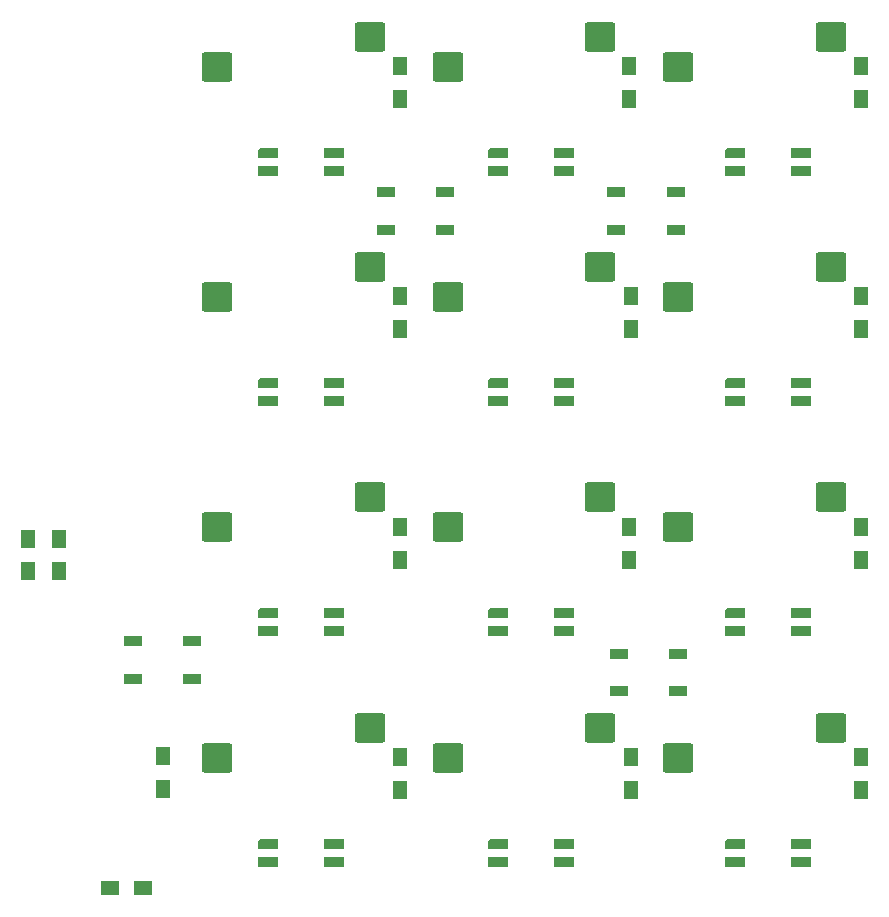
<source format=gbr>
%TF.GenerationSoftware,KiCad,Pcbnew,7.0.5*%
%TF.CreationDate,2023-09-25T19:53:57-07:00*%
%TF.ProjectId,3x4-macropad,3378342d-6d61-4637-926f-7061642e6b69,rev?*%
%TF.SameCoordinates,Original*%
%TF.FileFunction,Paste,Bot*%
%TF.FilePolarity,Positive*%
%FSLAX46Y46*%
G04 Gerber Fmt 4.6, Leading zero omitted, Abs format (unit mm)*
G04 Created by KiCad (PCBNEW 7.0.5) date 2023-09-25 19:53:57*
%MOMM*%
%LPD*%
G01*
G04 APERTURE LIST*
G04 Aperture macros list*
%AMRoundRect*
0 Rectangle with rounded corners*
0 $1 Rounding radius*
0 $2 $3 $4 $5 $6 $7 $8 $9 X,Y pos of 4 corners*
0 Add a 4 corners polygon primitive as box body*
4,1,4,$2,$3,$4,$5,$6,$7,$8,$9,$2,$3,0*
0 Add four circle primitives for the rounded corners*
1,1,$1+$1,$2,$3*
1,1,$1+$1,$4,$5*
1,1,$1+$1,$6,$7*
1,1,$1+$1,$8,$9*
0 Add four rect primitives between the rounded corners*
20,1,$1+$1,$2,$3,$4,$5,0*
20,1,$1+$1,$4,$5,$6,$7,0*
20,1,$1+$1,$6,$7,$8,$9,0*
20,1,$1+$1,$8,$9,$2,$3,0*%
%AMOutline5P*
0 Free polygon, 5 corners , with rotation*
0 The origin of the aperture is its center*
0 number of corners: always 5*
0 $1 to $10 corner X, Y*
0 $11 Rotation angle, in degrees counterclockwise*
0 create outline with 5 corners*
4,1,5,$1,$2,$3,$4,$5,$6,$7,$8,$9,$10,$1,$2,$11*%
%AMOutline6P*
0 Free polygon, 6 corners , with rotation*
0 The origin of the aperture is its center*
0 number of corners: always 6*
0 $1 to $12 corner X, Y*
0 $13 Rotation angle, in degrees counterclockwise*
0 create outline with 6 corners*
4,1,6,$1,$2,$3,$4,$5,$6,$7,$8,$9,$10,$11,$12,$1,$2,$13*%
%AMOutline7P*
0 Free polygon, 7 corners , with rotation*
0 The origin of the aperture is its center*
0 number of corners: always 7*
0 $1 to $14 corner X, Y*
0 $15 Rotation angle, in degrees counterclockwise*
0 create outline with 7 corners*
4,1,7,$1,$2,$3,$4,$5,$6,$7,$8,$9,$10,$11,$12,$13,$14,$1,$2,$15*%
%AMOutline8P*
0 Free polygon, 8 corners , with rotation*
0 The origin of the aperture is its center*
0 number of corners: always 8*
0 $1 to $16 corner X, Y*
0 $17 Rotation angle, in degrees counterclockwise*
0 create outline with 8 corners*
4,1,8,$1,$2,$3,$4,$5,$6,$7,$8,$9,$10,$11,$12,$13,$14,$15,$16,$1,$2,$17*%
G04 Aperture macros list end*
%ADD10RoundRect,0.200000X-1.075000X-1.050000X1.075000X-1.050000X1.075000X1.050000X-1.075000X1.050000X0*%
%ADD11R,1.501140X0.899160*%
%ADD12R,1.700000X0.820000*%
%ADD13Outline5P,-0.850000X0.410000X0.850000X0.410000X0.850000X-0.246000X0.686000X-0.410000X-0.850000X-0.410000X180.000000*%
%ADD14R,1.200000X1.600000*%
%ADD15R,1.200000X1.500000*%
%ADD16R,1.600000X1.200000*%
G04 APERTURE END LIST*
D10*
%TO.C,SW12*%
X192915000Y-96960000D03*
X205842000Y-94420000D03*
%TD*%
%TO.C,SW9*%
X192915000Y-38460000D03*
X205842000Y-35920000D03*
%TD*%
%TO.C,SW8*%
X173415000Y-96960000D03*
X186342000Y-94420000D03*
%TD*%
%TO.C,SW1*%
X153915000Y-38460000D03*
X166842000Y-35920000D03*
%TD*%
%TO.C,SW4*%
X153915000Y-96960000D03*
X166842000Y-94420000D03*
%TD*%
%TO.C,SW11*%
X192915000Y-77460000D03*
X205842000Y-74920000D03*
%TD*%
%TO.C,SW5*%
X173415000Y-38460000D03*
X186342000Y-35920000D03*
%TD*%
%TO.C,SW6*%
X173415000Y-57960000D03*
X186342000Y-55420000D03*
%TD*%
%TO.C,SW10*%
X192915000Y-57960000D03*
X205842000Y-55420000D03*
%TD*%
%TO.C,SW3*%
X153915000Y-77460000D03*
X166842000Y-74920000D03*
%TD*%
%TO.C,SW7*%
X173415000Y-77460000D03*
X186342000Y-74920000D03*
%TD*%
%TO.C,SW2*%
X153915000Y-57960000D03*
X166842000Y-55420000D03*
%TD*%
D11*
%TO.C,LED13*%
X168200640Y-52300200D03*
X168200640Y-49099800D03*
X173199360Y-49099800D03*
X173199360Y-52300200D03*
%TD*%
%TO.C,LED15*%
X192949360Y-88149800D03*
X192949360Y-91350200D03*
X187950640Y-91350200D03*
X187950640Y-88149800D03*
%TD*%
%TO.C,LED14*%
X187700640Y-52300200D03*
X187700640Y-49099800D03*
X192699360Y-49099800D03*
X192699360Y-52300200D03*
%TD*%
D12*
%TO.C,LED11*%
X183300000Y-47250000D03*
X183300000Y-45750000D03*
D13*
X177700000Y-45750000D03*
D12*
X177700000Y-47250000D03*
%TD*%
D11*
%TO.C,LED16*%
X151799360Y-87099800D03*
X151799360Y-90300200D03*
X146800640Y-90300200D03*
X146800640Y-87099800D03*
%TD*%
D12*
%TO.C,LED3*%
X203300000Y-105750000D03*
X203300000Y-104250000D03*
D13*
X197700000Y-104250000D03*
D12*
X197700000Y-105750000D03*
%TD*%
D14*
%TO.C,D14*%
X149300000Y-96800000D03*
X149300000Y-99600000D03*
%TD*%
D12*
%TO.C,LED8*%
X183300000Y-66750000D03*
X183300000Y-65250000D03*
D13*
X177700000Y-65250000D03*
D12*
X177700000Y-66750000D03*
%TD*%
%TO.C,LED10*%
X203300000Y-47250000D03*
X203300000Y-45750000D03*
D13*
X197700000Y-45750000D03*
D12*
X197700000Y-47250000D03*
%TD*%
D14*
%TO.C,D11*%
X208400000Y-77400000D03*
X208400000Y-80200000D03*
%TD*%
%TO.C,D5*%
X188800000Y-38400000D03*
X188800000Y-41200000D03*
%TD*%
D12*
%TO.C,LED9*%
X203300000Y-66750000D03*
X203300000Y-65250000D03*
D13*
X197700000Y-65250000D03*
D12*
X197700000Y-66750000D03*
%TD*%
%TO.C,LED12*%
X163800000Y-47250000D03*
X163800000Y-45750000D03*
D13*
X158200000Y-45750000D03*
D12*
X158200000Y-47250000D03*
%TD*%
%TO.C,LED4*%
X203300000Y-86250000D03*
X203300000Y-84750000D03*
D13*
X197700000Y-84750000D03*
D12*
X197700000Y-86250000D03*
%TD*%
%TO.C,LED6*%
X163800000Y-86250000D03*
X163800000Y-84750000D03*
D13*
X158200000Y-84750000D03*
D12*
X158200000Y-86250000D03*
%TD*%
D15*
%TO.C,R2*%
X140500000Y-78450000D03*
X140500000Y-81150000D03*
%TD*%
D12*
%TO.C,LED2*%
X183300000Y-105750000D03*
X183300000Y-104250000D03*
D13*
X177700000Y-104250000D03*
D12*
X177700000Y-105750000D03*
%TD*%
D14*
%TO.C,D7*%
X188800000Y-77400000D03*
X188800000Y-80200000D03*
%TD*%
%TO.C,D6*%
X188900000Y-57900000D03*
X188900000Y-60700000D03*
%TD*%
%TO.C,D9*%
X208400000Y-38400000D03*
X208400000Y-41200000D03*
%TD*%
D12*
%TO.C,LED1*%
X163800000Y-105750000D03*
X163800000Y-104250000D03*
D13*
X158200000Y-104250000D03*
D12*
X158200000Y-105750000D03*
%TD*%
D14*
%TO.C,D1*%
X169400000Y-38400000D03*
X169400000Y-41200000D03*
%TD*%
%TO.C,D4*%
X169400000Y-96900000D03*
X169400000Y-99700000D03*
%TD*%
D12*
%TO.C,LED5*%
X183300000Y-86250000D03*
X183300000Y-84750000D03*
D13*
X177700000Y-84750000D03*
D12*
X177700000Y-86250000D03*
%TD*%
D14*
%TO.C,D10*%
X208400000Y-57900000D03*
X208400000Y-60700000D03*
%TD*%
D16*
%TO.C,D13*%
X144800000Y-108000000D03*
X147600000Y-108000000D03*
%TD*%
D14*
%TO.C,D8*%
X188900000Y-96900000D03*
X188900000Y-99700000D03*
%TD*%
%TO.C,D12*%
X208400000Y-96900000D03*
X208400000Y-99700000D03*
%TD*%
%TO.C,D2*%
X169400000Y-57900000D03*
X169400000Y-60700000D03*
%TD*%
D15*
%TO.C,R1*%
X137900000Y-81150000D03*
X137900000Y-78450000D03*
%TD*%
D14*
%TO.C,D3*%
X169400000Y-77400000D03*
X169400000Y-80200000D03*
%TD*%
D12*
%TO.C,LED7*%
X163800000Y-66750000D03*
X163800000Y-65250000D03*
D13*
X158200000Y-65250000D03*
D12*
X158200000Y-66750000D03*
%TD*%
M02*

</source>
